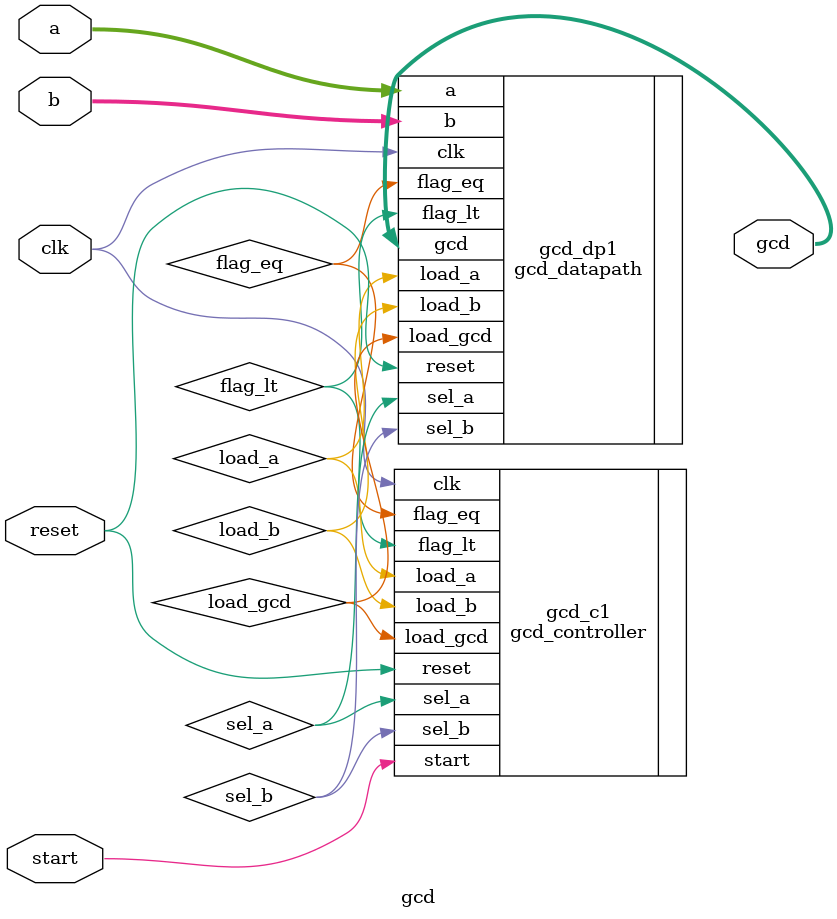
<source format=v>
`timescale 1ns / 1ps

module gcd (
    input clk,
    input reset,
    input start,
    input [3:0] a,
    input [3:0] b,
    output [3:0] gcd
);

    wire sel_a, sel_b, load_a, load_b, load_gcd, flag_eq, flag_lt;

    gcd_datapath gcd_dp1 (
        .clk(clk),
        .reset(reset),
        .a(a),
        .b(b),
        .sel_a(sel_a),
        .sel_b(sel_b),
        .load_a(load_a),
        .load_b(load_b),
        .load_gcd(load_gcd),
        .flag_eq(flag_eq),
        .flag_lt(flag_lt),
        .gcd(gcd)
    );

    gcd_controller gcd_c1 (
        .clk(clk),
        .reset(reset),
        .start(start),
        .flag_eq(flag_eq),
        .flag_lt(flag_lt),
        .sel_a(sel_a),
        .sel_b(sel_b),
        .load_a(load_a),
        .load_b(load_b),
        .load_gcd(load_gcd)
    );

endmodule

</source>
